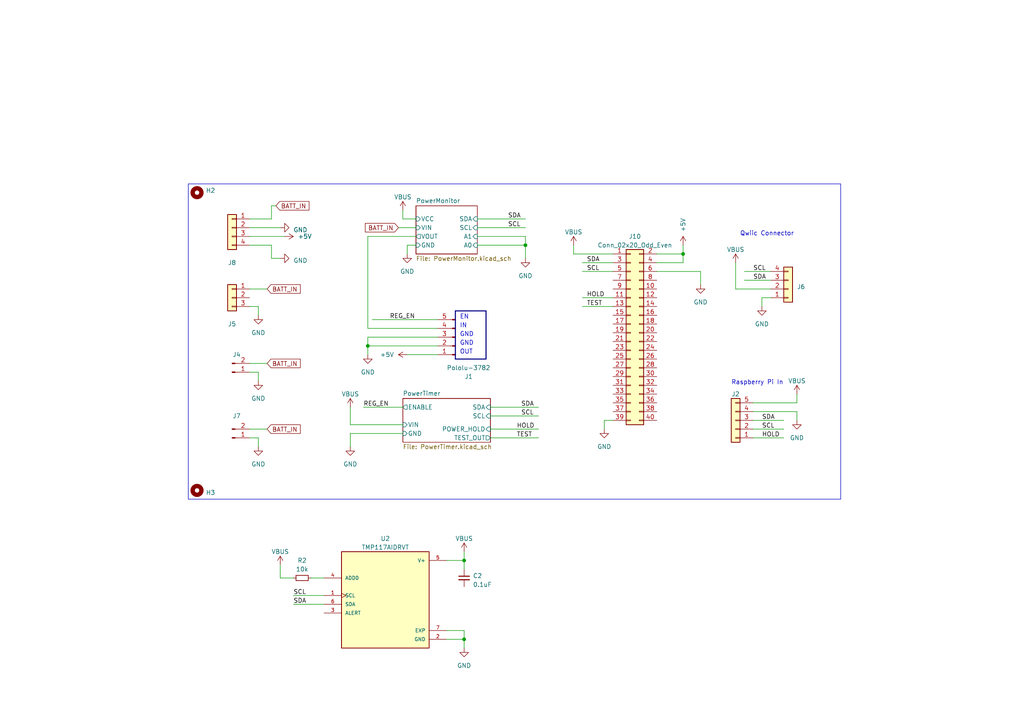
<source format=kicad_sch>
(kicad_sch (version 20220404) (generator eeschema)
  (paper "A4")
  (lib_symbols
    (symbol "Connector:Conn_01x02_Male" (pin_names (offset 1.016) hide)
      (property "Reference" "J" (at 0 2.54 0))
      (property "Value" "Conn_01x02_Male" (at 0 -5.08 0))
      (symbol "Conn_01x02_Male_1_1"
        (polyline (pts (xy 1.27 -2.54) (xy 0.8636 -2.54)) (stroke (width 0.1524)))
        (polyline (pts (xy 1.27 0) (xy 0.8636 0)) (stroke (width 0.1524)))
        (rectangle (start 0.8636 -2.413) (end 0 -2.667) (stroke (width 0.1524)) (fill (type outline)))
        (rectangle (start 0.8636 0.127) (end 0 -0.127) (stroke (width 0.1524)) (fill (type outline)))
        (pin passive line (at 5.08 0 180) (length 3.81) (name "Pin_1") (number "1"))
        (pin passive line (at 5.08 -2.54 180) (length 3.81) (name "Pin_2") (number "2"))
      )
    )
    (symbol "Connector:Conn_01x05_Male" (pin_names (offset 1.016) hide)
      (property "Reference" "J" (at 0 7.62 0))
      (property "Value" "Conn_01x05_Male" (at 0 -7.62 0))
      (symbol "Conn_01x05_Male_1_1"
        (polyline (pts (xy 1.27 -5.08) (xy 0.8636 -5.08)) (stroke (width 0.1524)))
        (polyline (pts (xy 1.27 -2.54) (xy 0.8636 -2.54)) (stroke (width 0.1524)))
        (polyline (pts (xy 1.27 0) (xy 0.8636 0)) (stroke (width 0.1524)))
        (polyline (pts (xy 1.27 2.54) (xy 0.8636 2.54)) (stroke (width 0.1524)))
        (polyline (pts (xy 1.27 5.08) (xy 0.8636 5.08)) (stroke (width 0.1524)))
        (rectangle (start 0.8636 -4.953) (end 0 -5.207) (stroke (width 0.1524)) (fill (type outline)))
        (rectangle (start 0.8636 -2.413) (end 0 -2.667) (stroke (width 0.1524)) (fill (type outline)))
        (rectangle (start 0.8636 0.127) (end 0 -0.127) (stroke (width 0.1524)) (fill (type outline)))
        (rectangle (start 0.8636 2.667) (end 0 2.413) (stroke (width 0.1524)) (fill (type outline)))
        (rectangle (start 0.8636 5.207) (end 0 4.953) (stroke (width 0.1524)) (fill (type outline)))
        (pin passive line (at 5.08 5.08 180) (length 3.81) (name "Pin_1") (number "1"))
        (pin passive line (at 5.08 2.54 180) (length 3.81) (name "Pin_2") (number "2"))
        (pin passive line (at 5.08 0 180) (length 3.81) (name "Pin_3") (number "3"))
        (pin passive line (at 5.08 -2.54 180) (length 3.81) (name "Pin_4") (number "4"))
        (pin passive line (at 5.08 -5.08 180) (length 3.81) (name "Pin_5") (number "5"))
      )
    )
    (symbol "Connector_Generic:Conn_01x03" (pin_names (offset 1.016) hide)
      (property "Reference" "J" (at 0 5.08 0))
      (property "Value" "Conn_01x03" (at 0 -5.08 0))
      (symbol "Conn_01x03_1_1"
        (rectangle (start -1.27 -2.413) (end 0 -2.667) (stroke (width 0.1524)))
        (rectangle (start -1.27 0.127) (end 0 -0.127) (stroke (width 0.1524)))
        (rectangle (start -1.27 2.667) (end 0 2.413) (stroke (width 0.1524)))
        (rectangle (start -1.27 3.81) (end 1.27 -3.81) (stroke (width 0.254)) (fill (type background)))
        (pin passive line (at -5.08 2.54 0) (length 3.81) (name "Pin_1") (number "1"))
        (pin passive line (at -5.08 0 0) (length 3.81) (name "Pin_2") (number "2"))
        (pin passive line (at -5.08 -2.54 0) (length 3.81) (name "Pin_3") (number "3"))
      )
    )
    (symbol "Connector_Generic:Conn_01x04" (pin_names (offset 1.016) hide)
      (property "Reference" "J" (at 0 5.08 0))
      (property "Value" "Conn_01x04" (at 0 -7.62 0))
      (symbol "Conn_01x04_1_1"
        (rectangle (start -1.27 -4.953) (end 0 -5.207) (stroke (width 0.1524)))
        (rectangle (start -1.27 -2.413) (end 0 -2.667) (stroke (width 0.1524)))
        (rectangle (start -1.27 0.127) (end 0 -0.127) (stroke (width 0.1524)))
        (rectangle (start -1.27 2.667) (end 0 2.413) (stroke (width 0.1524)))
        (rectangle (start -1.27 3.81) (end 1.27 -6.35) (stroke (width 0.254)) (fill (type background)))
        (pin passive line (at -5.08 2.54 0) (length 3.81) (name "Pin_1") (number "1"))
        (pin passive line (at -5.08 0 0) (length 3.81) (name "Pin_2") (number "2"))
        (pin passive line (at -5.08 -2.54 0) (length 3.81) (name "Pin_3") (number "3"))
        (pin passive line (at -5.08 -5.08 0) (length 3.81) (name "Pin_4") (number "4"))
      )
    )
    (symbol "Connector_Generic:Conn_01x05" (pin_names (offset 1.016) hide)
      (property "Reference" "J" (at 0 7.62 0))
      (property "Value" "Conn_01x05" (at 0 -7.62 0))
      (symbol "Conn_01x05_1_1"
        (rectangle (start -1.27 -4.953) (end 0 -5.207) (stroke (width 0.1524)))
        (rectangle (start -1.27 -2.413) (end 0 -2.667) (stroke (width 0.1524)))
        (rectangle (start -1.27 0.127) (end 0 -0.127) (stroke (width 0.1524)))
        (rectangle (start -1.27 2.667) (end 0 2.413) (stroke (width 0.1524)))
        (rectangle (start -1.27 5.207) (end 0 4.953) (stroke (width 0.1524)))
        (rectangle (start -1.27 6.35) (end 1.27 -6.35) (stroke (width 0.254)) (fill (type background)))
        (pin passive line (at -5.08 5.08 0) (length 3.81) (name "Pin_1") (number "1"))
        (pin passive line (at -5.08 2.54 0) (length 3.81) (name "Pin_2") (number "2"))
        (pin passive line (at -5.08 0 0) (length 3.81) (name "Pin_3") (number "3"))
        (pin passive line (at -5.08 -2.54 0) (length 3.81) (name "Pin_4") (number "4"))
        (pin passive line (at -5.08 -5.08 0) (length 3.81) (name "Pin_5") (number "5"))
      )
    )
    (symbol "Connector_Generic:Conn_02x20_Odd_Even" (pin_names (offset 1.016) hide)
      (property "Reference" "J" (at 1.27 25.4 0))
      (property "Value" "Conn_02x20_Odd_Even" (at 1.27 -27.94 0))
      (symbol "Conn_02x20_Odd_Even_1_1"
        (rectangle (start -1.27 -25.273) (end 0 -25.527) (stroke (width 0.1524)))
        (rectangle (start -1.27 -22.733) (end 0 -22.987) (stroke (width 0.1524)))
        (rectangle (start -1.27 -20.193) (end 0 -20.447) (stroke (width 0.1524)))
        (rectangle (start -1.27 -17.653) (end 0 -17.907) (stroke (width 0.1524)))
        (rectangle (start -1.27 -15.113) (end 0 -15.367) (stroke (width 0.1524)))
        (rectangle (start -1.27 -12.573) (end 0 -12.827) (stroke (width 0.1524)))
        (rectangle (start -1.27 -10.033) (end 0 -10.287) (stroke (width 0.1524)))
        (rectangle (start -1.27 -7.493) (end 0 -7.747) (stroke (width 0.1524)))
        (rectangle (start -1.27 -4.953) (end 0 -5.207) (stroke (width 0.1524)))
        (rectangle (start -1.27 -2.413) (end 0 -2.667) (stroke (width 0.1524)))
        (rectangle (start -1.27 0.127) (end 0 -0.127) (stroke (width 0.1524)))
        (rectangle (start -1.27 2.667) (end 0 2.413) (stroke (width 0.1524)))
        (rectangle (start -1.27 5.207) (end 0 4.953) (stroke (width 0.1524)))
        (rectangle (start -1.27 7.747) (end 0 7.493) (stroke (width 0.1524)))
        (rectangle (start -1.27 10.287) (end 0 10.033) (stroke (width 0.1524)))
        (rectangle (start -1.27 12.827) (end 0 12.573) (stroke (width 0.1524)))
        (rectangle (start -1.27 15.367) (end 0 15.113) (stroke (width 0.1524)))
        (rectangle (start -1.27 17.907) (end 0 17.653) (stroke (width 0.1524)))
        (rectangle (start -1.27 20.447) (end 0 20.193) (stroke (width 0.1524)))
        (rectangle (start -1.27 22.987) (end 0 22.733) (stroke (width 0.1524)))
        (rectangle (start -1.27 24.13) (end 3.81 -26.67) (stroke (width 0.254)) (fill (type background)))
        (rectangle (start 3.81 -25.273) (end 2.54 -25.527) (stroke (width 0.1524)))
        (rectangle (start 3.81 -22.733) (end 2.54 -22.987) (stroke (width 0.1524)))
        (rectangle (start 3.81 -20.193) (end 2.54 -20.447) (stroke (width 0.1524)))
        (rectangle (start 3.81 -17.653) (end 2.54 -17.907) (stroke (width 0.1524)))
        (rectangle (start 3.81 -15.113) (end 2.54 -15.367) (stroke (width 0.1524)))
        (rectangle (start 3.81 -12.573) (end 2.54 -12.827) (stroke (width 0.1524)))
        (rectangle (start 3.81 -10.033) (end 2.54 -10.287) (stroke (width 0.1524)))
        (rectangle (start 3.81 -7.493) (end 2.54 -7.747) (stroke (width 0.1524)))
        (rectangle (start 3.81 -4.953) (end 2.54 -5.207) (stroke (width 0.1524)))
        (rectangle (start 3.81 -2.413) (end 2.54 -2.667) (stroke (width 0.1524)))
        (rectangle (start 3.81 0.127) (end 2.54 -0.127) (stroke (width 0.1524)))
        (rectangle (start 3.81 2.667) (end 2.54 2.413) (stroke (width 0.1524)))
        (rectangle (start 3.81 5.207) (end 2.54 4.953) (stroke (width 0.1524)))
        (rectangle (start 3.81 7.747) (end 2.54 7.493) (stroke (width 0.1524)))
        (rectangle (start 3.81 10.287) (end 2.54 10.033) (stroke (width 0.1524)))
        (rectangle (start 3.81 12.827) (end 2.54 12.573) (stroke (width 0.1524)))
        (rectangle (start 3.81 15.367) (end 2.54 15.113) (stroke (width 0.1524)))
        (rectangle (start 3.81 17.907) (end 2.54 17.653) (stroke (width 0.1524)))
        (rectangle (start 3.81 20.447) (end 2.54 20.193) (stroke (width 0.1524)))
        (rectangle (start 3.81 22.987) (end 2.54 22.733) (stroke (width 0.1524)))
        (pin passive line (at -5.08 22.86 0) (length 3.81) (name "Pin_1") (number "1"))
        (pin passive line (at 7.62 12.7 180) (length 3.81) (name "Pin_10") (number "10"))
        (pin passive line (at -5.08 10.16 0) (length 3.81) (name "Pin_11") (number "11"))
        (pin passive line (at 7.62 10.16 180) (length 3.81) (name "Pin_12") (number "12"))
        (pin passive line (at -5.08 7.62 0) (length 3.81) (name "Pin_13") (number "13"))
        (pin passive line (at 7.62 7.62 180) (length 3.81) (name "Pin_14") (number "14"))
        (pin passive line (at -5.08 5.08 0) (length 3.81) (name "Pin_15") (number "15"))
        (pin passive line (at 7.62 5.08 180) (length 3.81) (name "Pin_16") (number "16"))
        (pin passive line (at -5.08 2.54 0) (length 3.81) (name "Pin_17") (number "17"))
        (pin passive line (at 7.62 2.54 180) (length 3.81) (name "Pin_18") (number "18"))
        (pin passive line (at -5.08 0 0) (length 3.81) (name "Pin_19") (number "19"))
        (pin passive line (at 7.62 22.86 180) (length 3.81) (name "Pin_2") (number "2"))
        (pin passive line (at 7.62 0 180) (length 3.81) (name "Pin_20") (number "20"))
        (pin passive line (at -5.08 -2.54 0) (length 3.81) (name "Pin_21") (number "21"))
        (pin passive line (at 7.62 -2.54 180) (length 3.81) (name "Pin_22") (number "22"))
        (pin passive line (at -5.08 -5.08 0) (length 3.81) (name "Pin_23") (number "23"))
        (pin passive line (at 7.62 -5.08 180) (length 3.81) (name "Pin_24") (number "24"))
        (pin passive line (at -5.08 -7.62 0) (length 3.81) (name "Pin_25") (number "25"))
        (pin passive line (at 7.62 -7.62 180) (length 3.81) (name "Pin_26") (number "26"))
        (pin passive line (at -5.08 -10.16 0) (length 3.81) (name "Pin_27") (number "27"))
        (pin passive line (at 7.62 -10.16 180) (length 3.81) (name "Pin_28") (number "28"))
        (pin passive line (at -5.08 -12.7 0) (length 3.81) (name "Pin_29") (number "29"))
        (pin passive line (at -5.08 20.32 0) (length 3.81) (name "Pin_3") (number "3"))
        (pin passive line (at 7.62 -12.7 180) (length 3.81) (name "Pin_30") (number "30"))
        (pin passive line (at -5.08 -15.24 0) (length 3.81) (name "Pin_31") (number "31"))
        (pin passive line (at 7.62 -15.24 180) (length 3.81) (name "Pin_32") (number "32"))
        (pin passive line (at -5.08 -17.78 0) (length 3.81) (name "Pin_33") (number "33"))
        (pin passive line (at 7.62 -17.78 180) (length 3.81) (name "Pin_34") (number "34"))
        (pin passive line (at -5.08 -20.32 0) (length 3.81) (name "Pin_35") (number "35"))
        (pin passive line (at 7.62 -20.32 180) (length 3.81) (name "Pin_36") (number "36"))
        (pin passive line (at -5.08 -22.86 0) (length 3.81) (name "Pin_37") (number "37"))
        (pin passive line (at 7.62 -22.86 180) (length 3.81) (name "Pin_38") (number "38"))
        (pin passive line (at -5.08 -25.4 0) (length 3.81) (name "Pin_39") (number "39"))
        (pin passive line (at 7.62 20.32 180) (length 3.81) (name "Pin_4") (number "4"))
        (pin passive line (at 7.62 -25.4 180) (length 3.81) (name "Pin_40") (number "40"))
        (pin passive line (at -5.08 17.78 0) (length 3.81) (name "Pin_5") (number "5"))
        (pin passive line (at 7.62 17.78 180) (length 3.81) (name "Pin_6") (number "6"))
        (pin passive line (at -5.08 15.24 0) (length 3.81) (name "Pin_7") (number "7"))
        (pin passive line (at 7.62 15.24 180) (length 3.81) (name "Pin_8") (number "8"))
        (pin passive line (at -5.08 12.7 0) (length 3.81) (name "Pin_9") (number "9"))
      )
    )
    (symbol "Device:C_Small" (pin_numbers hide) (pin_names (offset 0.254) hide)
      (property "Reference" "C" (at 0.254 1.778 0))
      (property "Value" "C_Small" (at 0.254 -2.032 0))
      (symbol "C_Small_0_1"
        (polyline (pts (xy -1.524 -0.508) (xy 1.524 -0.508)) (stroke (width 0.3302)))
        (polyline (pts (xy -1.524 0.508) (xy 1.524 0.508)) (stroke (width 0.3048)))
      )
      (symbol "C_Small_1_1"
        (pin passive line (at 0 2.54 270) (length 2.032) (name "~") (number "1"))
        (pin passive line (at 0 -2.54 90) (length 2.032) (name "~") (number "2"))
      )
    )
    (symbol "Device:R_Small" (pin_numbers hide) (pin_names (offset 0.254) hide)
      (property "Reference" "R" (at 0.762 0.508 0))
      (property "Value" "R_Small" (at 0.762 -1.016 0))
      (symbol "R_Small_0_1"
        (rectangle (start -0.762 1.778) (end 0.762 -1.778) (stroke (width 0.2032)))
      )
      (symbol "R_Small_1_1"
        (pin passive line (at 0 2.54 270) (length 0.762) (name "~") (number "1"))
        (pin passive line (at 0 -2.54 90) (length 0.762) (name "~") (number "2"))
      )
    )
    (symbol "Mechanical:MountingHole" (pin_names (offset 1.016))
      (property "Reference" "H" (at 0 5.08 0))
      (property "Value" "MountingHole" (at 0 3.175 0))
      (symbol "MountingHole_0_1"
        (circle (center 0 0) (radius 1.27) (stroke (width 1.27)))
      )
    )
    (symbol "TMP117AIDRVT:TMP117AIDRVT" (pin_names (offset 1.016))
      (property "Reference" "U" (at -12.7 13.7 0))
      (property "Value" "TMP117AIDRVT" (at -12.7 -17.78 0))
      (symbol "TMP117AIDRVT_0_0"
        (rectangle (start -12.7 -15.24) (end 12.7 12.7) (stroke (width 0.254)) (fill (type background)))
        (pin input clock (at -17.78 0 0) (length 5.08) (name "SCL") (number "1"))
        (pin power_in line (at 17.78 -12.7 180) (length 5.08) (name "GND") (number "2"))
        (pin output line (at -17.78 -5.08 0) (length 5.08) (name "ALERT") (number "3"))
        (pin input line (at -17.78 5.08 0) (length 5.08) (name "ADD0") (number "4"))
        (pin power_in line (at 17.78 10.16 180) (length 5.08) (name "V+") (number "5"))
        (pin bidirectional line (at -17.78 -2.54 0) (length 5.08) (name "SDA") (number "6"))
        (pin power_in line (at 17.78 -10.16 180) (length 5.08) (name "EXP") (number "7"))
      )
    )
    (symbol "power:+5V" (power) (pin_names (offset 0))
      (property "Value" "+5V" (at 0 3.556 0))
      (symbol "+5V_0_1"
        (polyline (pts (xy -0.762 1.27) (xy 0 2.54)))
        (polyline (pts (xy 0 0) (xy 0 2.54)))
        (polyline (pts (xy 0 2.54) (xy 0.762 1.27)))
      )
      (symbol "+5V_1_1"
        (pin power_in line (at 0 0 90) (length 0) hide (name "+5V") (number "1"))
      )
    )
    (symbol "power:GND" (power) (pin_names (offset 0))
      (property "Value" "GND" (at 0 -3.81 0))
      (symbol "GND_0_1"
        (polyline (pts (xy 0 0) (xy 0 -1.27) (xy 1.27 -1.27) (xy 0 -2.54) (xy -1.27 -1.27) (xy 0 -1.27)))
      )
      (symbol "GND_1_1"
        (pin power_in line (at 0 0 270) (length 0) hide (name "GND") (number "1"))
      )
    )
    (symbol "power:VBUS" (power) (pin_names (offset 0))
      (property "Value" "VBUS" (at 0 3.81 0))
      (symbol "VBUS_0_1"
        (polyline (pts (xy -0.762 1.27) (xy 0 2.54)))
        (polyline (pts (xy 0 0) (xy 0 2.54)))
        (polyline (pts (xy 0 2.54) (xy 0.762 1.27)))
      )
      (symbol "VBUS_1_1"
        (pin power_in line (at 0 0 90) (length 0) hide (name "VBUS") (number "1"))
      )
    )
  )
  (junction (at 152.4 71.12))
  (junction (at 106.68 100.33))
  (junction (at 134.62 185.42))
  (junction (at 134.62 162.56))
  (junction (at 198.12 73.66))
  (wire (pts (xy 134.62 162.56) (xy 134.62 165.1)))
  (wire (pts (xy 215.9 81.28) (xy 223.52 81.28)))
  (wire (pts (xy 118.11 71.12) (xy 120.65 71.12)))
  (wire (pts (xy 213.36 76.2) (xy 213.36 83.82)))
  (wire (pts (xy 166.37 71.12) (xy 166.37 73.66)))
  (wire (pts (xy 134.62 185.42) (xy 134.62 182.88)))
  (wire (pts (xy 72.39 68.58) (xy 82.55 68.58)))
  (wire (pts (xy 116.84 63.5) (xy 120.65 63.5)))
  (wire (pts (xy 101.6 123.19) (xy 116.84 123.19)))
  (wire (pts (xy 115.57 66.04) (xy 120.65 66.04)))
  (wire (pts (xy 231.14 119.38) (xy 218.44 119.38)))
  (wire (pts (xy 85.09 172.72) (xy 93.98 172.72)))
  (wire (pts (xy 223.52 86.36) (xy 220.98 86.36)))
  (wire (pts (xy 168.91 78.74) (xy 177.8 78.74)))
  (wire (pts (xy 203.2 82.55) (xy 203.2 78.74)))
  (wire (pts (xy 90.17 167.64) (xy 93.98 167.64)))
  (wire (pts (xy 116.84 60.96) (xy 116.84 63.5)))
  (wire (pts (xy 106.68 100.33) (xy 106.68 102.87)))
  (wire (pts (xy 134.62 160.02) (xy 134.62 162.56)))
  (wire (pts (xy 218.44 121.92) (xy 227.33 121.92)))
  (wire (pts (xy 190.5 76.2) (xy 198.12 76.2)))
  (wire (pts (xy 85.09 175.26) (xy 93.98 175.26)))
  (wire (pts (xy 81.28 163.83) (xy 81.28 167.64)))
  (wire (pts (xy 72.39 127) (xy 74.93 127)))
  (wire (pts (xy 101.6 118.11) (xy 101.6 123.19)))
  (wire (pts (xy 106.68 97.79) (xy 106.68 100.33)))
  (wire (pts (xy 72.39 105.41) (xy 77.47 105.41)))
  (wire (pts (xy 78.74 74.93) (xy 78.74 71.12)))
  (wire (pts (xy 198.12 73.66) (xy 198.12 71.12)))
  (wire (pts (xy 218.44 127) (xy 227.33 127)))
  (wire (pts (xy 168.91 76.2) (xy 177.8 76.2)))
  (wire (pts (xy 116.84 125.73) (xy 101.6 125.73)))
  (wire (pts (xy 142.24 127) (xy 156.21 127)))
  (wire (pts (xy 72.39 88.9) (xy 74.93 88.9)))
  (wire (pts (xy 142.24 118.11) (xy 156.21 118.11)))
  (wire (pts (xy 168.91 88.9) (xy 177.8 88.9)))
  (wire (pts (xy 106.68 100.33) (xy 127 100.33)))
  (wire (pts (xy 198.12 76.2) (xy 198.12 73.66)))
  (wire (pts (xy 78.74 59.69) (xy 80.01 59.69)))
  (bus (pts (xy 132.08 104.14) (xy 140.97 104.14)))
  (wire (pts (xy 138.43 63.5) (xy 152.4 63.5)))
  (wire (pts (xy 72.39 124.46) (xy 77.47 124.46)))
  (wire (pts (xy 213.36 83.82) (xy 223.52 83.82)))
  (wire (pts (xy 138.43 66.04) (xy 152.4 66.04)))
  (wire (pts (xy 218.44 116.84) (xy 231.14 116.84)))
  (wire (pts (xy 175.26 121.92) (xy 175.26 124.46)))
  (wire (pts (xy 134.62 182.88) (xy 129.54 182.88)))
  (wire (pts (xy 231.14 121.92) (xy 231.14 119.38)))
  (wire (pts (xy 152.4 68.58) (xy 138.43 68.58)))
  (wire (pts (xy 72.39 83.82) (xy 77.47 83.82)))
  (wire (pts (xy 218.44 124.46) (xy 227.33 124.46)))
  (wire (pts (xy 72.39 107.95) (xy 74.93 107.95)))
  (bus (pts (xy 140.97 104.14) (xy 140.97 90.17)))
  (wire (pts (xy 116.84 118.11) (xy 105.41 118.11)))
  (wire (pts (xy 177.8 121.92) (xy 175.26 121.92)))
  (bus (pts (xy 132.08 90.17) (xy 140.97 90.17)))
  (wire (pts (xy 106.68 97.79) (xy 127 97.79)))
  (wire (pts (xy 190.5 73.66) (xy 198.12 73.66)))
  (wire (pts (xy 78.74 59.69) (xy 78.74 63.5)))
  (wire (pts (xy 134.62 187.96) (xy 134.62 185.42)))
  (wire (pts (xy 129.54 162.56) (xy 134.62 162.56)))
  (wire (pts (xy 106.68 68.58) (xy 106.68 95.25)))
  (bus (pts (xy 132.08 90.17) (xy 132.08 104.14)))
  (wire (pts (xy 168.91 86.36) (xy 177.8 86.36)))
  (wire (pts (xy 215.9 78.74) (xy 223.52 78.74)))
  (wire (pts (xy 138.43 71.12) (xy 152.4 71.12)))
  (wire (pts (xy 81.28 167.64) (xy 85.09 167.64)))
  (wire (pts (xy 78.74 71.12) (xy 72.39 71.12)))
  (wire (pts (xy 74.93 127) (xy 74.93 129.54)))
  (wire (pts (xy 142.24 124.46) (xy 156.21 124.46)))
  (wire (pts (xy 78.74 63.5) (xy 72.39 63.5)))
  (wire (pts (xy 152.4 74.93) (xy 152.4 71.12)))
  (wire (pts (xy 231.14 116.84) (xy 231.14 114.3)))
  (wire (pts (xy 107.95 92.71) (xy 127 92.71)))
  (wire (pts (xy 166.37 73.66) (xy 177.8 73.66)))
  (wire (pts (xy 74.93 107.95) (xy 74.93 110.49)))
  (wire (pts (xy 106.68 68.58) (xy 120.65 68.58)))
  (wire (pts (xy 74.93 88.9) (xy 74.93 91.44)))
  (wire (pts (xy 118.11 102.87) (xy 127 102.87)))
  (wire (pts (xy 78.74 74.93) (xy 81.28 74.93)))
  (wire (pts (xy 101.6 125.73) (xy 101.6 129.54)))
  (wire (pts (xy 220.98 86.36) (xy 220.98 88.9)))
  (wire (pts (xy 152.4 71.12) (xy 152.4 68.58)))
  (wire (pts (xy 72.39 66.04) (xy 81.28 66.04)))
  (wire (pts (xy 106.68 95.25) (xy 127 95.25)))
  (wire (pts (xy 142.24 120.65) (xy 156.21 120.65)))
  (wire (pts (xy 118.11 71.12) (xy 118.11 73.66)))
  (wire (pts (xy 203.2 78.74) (xy 190.5 78.74)))
  (wire (pts (xy 129.54 185.42) (xy 134.62 185.42)))
  (rectangle (start 54.61 53.34) (end 243.84 144.78))
  (text "IN" (at 133.35 95.25 0) (effects (font (size 1.27 1.27)) (justify left bottom)))
  (text "Raspberry Pi In" (at 212.09 111.76 0) (effects (font (size 1.27 1.27)) (justify left bottom)))
  (text "EN" (at 133.35 92.71 0) (effects (font (size 1.27 1.27)) (justify left bottom)))
  (text "GND" (at 133.35 100.33 0) (effects (font (size 1.27 1.27)) (justify left bottom)))
  (text "Qwiic Connector" (at 214.63 68.58 0) (effects (font (size 1.27 1.27)) (justify left bottom)))
  (text "GND" (at 133.35 97.79 0) (effects (font (size 1.27 1.27)) (justify left bottom)))
  (text "OUT" (at 133.35 102.87 0) (effects (font (size 1.27 1.27)) (justify left bottom)))
  (label "SCL" (at 170.18 78.74 0))
  (label "SDA" (at 151.13 118.11 0))
  (label "SCL" (at 147.32 66.04 0))
  (label "HOLD" (at 220.98 127 0))
  (label "SCL" (at 151.13 120.65 0))
  (label "HOLD" (at 149.86 124.46 0))
  (label "SDA" (at 147.32 63.5 0))
  (label "SCL" (at 220.98 124.46 0))
  (label "TEST" (at 170.18 88.9 0))
  (label "SDA" (at 218.44 81.28 0))
  (label "SCL" (at 218.44 78.74 0))
  (label "TEST" (at 149.86 127 0))
  (label "SDA" (at 85.09 175.26 0))
  (label "REG_EN" (at 113.03 92.71 0))
  (label "REG_EN" (at 105.41 118.11 0))
  (label "SDA" (at 220.98 121.92 0))
  (label "SDA" (at 170.18 76.2 0))
  (label "SCL" (at 85.09 172.72 0))
  (label "HOLD" (at 170.18 86.36 0))
  (global_label "BATT_IN" (shape input) (at 77.47 83.82 0) (property "Intersheetrefs" "${INTERSHEET_REFS}" (effects hide)))
  (global_label "BATT_IN" (shape input) (at 115.57 66.04 180) (property "Intersheetrefs" "${INTERSHEET_REFS}" (effects hide)))
  (global_label "BATT_IN" (shape input) (at 80.01 59.69 0) (property "Intersheetrefs" "${INTERSHEET_REFS}" (effects hide)))
  (global_label "BATT_IN" (shape input) (at 77.47 105.41 0) (property "Intersheetrefs" "${INTERSHEET_REFS}" (effects hide)))
  (global_label "BATT_IN" (shape input) (at 77.47 124.46 0) (property "Intersheetrefs" "${INTERSHEET_REFS}" (effects hide)))
  (symbol (lib_id "power:+5V") (at 82.55 68.58 270) (unit 1)
    (default_instance (reference "#PWR") (unit 1) (value "+5V") (footprint ""))
    (property "Reference" "#PWR0133" (effects hide))
    (property "Value" "+5V" (at 86.36 68.58 90) (effects (justify left)))
  )
  (symbol (lib_id "power:GND") (at 152.4 74.93 0) (unit 1)
    (default_instance (reference "#PWR") (unit 1) (value "GND") (footprint ""))
    (property "Reference" "#PWR0106" (effects hide))
    (property "Value" "GND" (at 152.4 80.01 0))
  )
  (symbol (lib_id "power:VBUS") (at 213.36 76.2 0) (unit 1)
    (default_instance (reference "#PWR") (unit 1) (value "VBUS") (footprint ""))
    (property "Reference" "#PWR0104" (effects hide))
    (property "Value" "VBUS" (at 213.36 72.39 0))
  )
  (symbol (lib_id "Device:R_Small") (at 87.63 167.64 90) (unit 1)
    (default_instance (reference "R") (unit 1) (value "R_Small") (footprint ""))
    (property "Reference" "R2" (at 87.63 162.56 90))
    (property "Value" "10k" (at 87.63 165.1 90))
    (property "Footprint" "Resistor_SMD:R_0805_2012Metric_Pad1.20x1.40mm_HandSolder" (effects hide))
    (property "Mfr 1" "Stackpole Electronics Inc" (effects hide))
    (property "Mfr 1 PN" "RNCP0805FTD10K0" (effects hide))
    (property "Supplier 1 Link" "https://www.digikey.com/en/products/detail/stackpole-electronics-inc/RNCP0805FTD10K0/2240262" (effects hide))
  )
  (symbol (lib_id "Connector_Generic:Conn_01x05") (at 213.36 121.92 180) (unit 1)
    (default_instance (reference "J") (unit 1) (value "Conn_01x05") (footprint ""))
    (property "Reference" "J2" (at 213.36 114.3 0))
    (property "Value" "Conn_01x05" (effects hide))
    (property "Footprint" "Connector_PinHeader_2.54mm:PinHeader_1x05_P2.54mm_Vertical" (effects hide))
    (property "Mfr 1" "NA" (effects hide))
    (property "Mfr 1 PN" "NA" (effects hide))
    (property "Supplier 1 Link" "NA" (effects hide))
  )
  (symbol (lib_id "Connector_Generic:Conn_01x03") (at 67.31 86.36 0) (mirror y) (unit 1)
    (default_instance (reference "J") (unit 1) (value "Conn_01x03") (footprint ""))
    (property "Reference" "J5" (at 67.31 93.98 0))
    (property "Value" "Conn_01x03" (effects hide))
    (property "Footprint" "Connector_JST:JST_XH_S3B-XH-A_1x03_P2.50mm_Horizontal" (effects hide))
    (property "Mfr 1" "JST Sales America Inc." (effects hide))
    (property "Mfr 1 PN" "S3B-XH-A" (effects hide))
    (property "Supplier 1 Link" "https://www.digikey.com/en/products/detail/jst-sales-america-inc/S3B-XH-A/1651048" (effects hide))
  )
  (symbol (lib_id "power:VBUS") (at 134.62 160.02 0) (unit 1)
    (default_instance (reference "#PWR") (unit 1) (value "VBUS") (footprint ""))
    (property "Reference" "#PWR0135" (effects hide))
    (property "Value" "VBUS" (at 134.62 156.21 0))
  )
  (symbol (lib_id "power:+5V") (at 118.11 102.87 90) (unit 1)
    (default_instance (reference "#PWR") (unit 1) (value "+5V") (footprint ""))
    (property "Reference" "#PWR07" (effects hide))
    (property "Value" "+5V" (at 114.3 102.87 90) (effects (justify left)))
  )
  (symbol (lib_id "power:VBUS") (at 231.14 114.3 0) (unit 1)
    (default_instance (reference "#PWR") (unit 1) (value "VBUS") (footprint ""))
    (property "Reference" "#PWR0122" (effects hide))
    (property "Value" "VBUS" (at 231.14 110.49 0))
  )
  (symbol (lib_id "power:GND") (at 74.93 110.49 0) (unit 1)
    (default_instance (reference "#PWR") (unit 1) (value "GND") (footprint ""))
    (property "Reference" "#PWR0129" (effects hide))
    (property "Value" "GND" (at 74.93 115.57 0))
  )
  (symbol (lib_id "Connector_Generic:Conn_01x04") (at 67.31 66.04 0) (mirror y) (unit 1)
    (default_instance (reference "J") (unit 1) (value "Conn_01x04") (footprint ""))
    (property "Reference" "J8" (at 67.31 76.2 0))
    (property "Value" "Conn_01x04" (effects hide))
    (property "Footprint" "Connector_PinHeader_2.54mm:PinHeader_1x04_P2.54mm_Vertical" (effects hide))
    (property "Mfr 1" "JST Sales America Inc." (effects hide))
    (property "Mfr 1 PN" "S4B-XH-SM4-TB" (effects hide))
    (property "Supplier 1 Link" "https://www.digikey.com/en/products/detail/jst-sales-america-inc/S4B-XH-SM4-TB/1651064" (effects hide))
  )
  (symbol (lib_id "power:VBUS") (at 81.28 163.83 0) (unit 1)
    (default_instance (reference "#PWR") (unit 1) (value "VBUS") (footprint ""))
    (property "Reference" "#PWR0136" (effects hide))
    (property "Value" "VBUS" (at 81.28 160.02 0))
  )
  (symbol (lib_id "power:GND") (at 74.93 129.54 0) (unit 1)
    (default_instance (reference "#PWR") (unit 1) (value "GND") (footprint ""))
    (property "Reference" "#PWR0128" (effects hide))
    (property "Value" "GND" (at 74.93 134.62 0))
  )
  (symbol (lib_id "Connector_Generic:Conn_02x20_Odd_Even") (at 182.88 96.52 0) (unit 1)
    (default_instance (reference "J") (unit 1) (value "Conn_02x20_Odd_Even") (footprint ""))
    (property "Reference" "J10" (at 184.15 68.58 0))
    (property "Value" "Conn_02x20_Odd_Even" (at 184.15 71.12 0))
    (property "Footprint" "Connector_PinSocket_2.54mm:PinSocket_2x20_P2.54mm_Vertical" (effects hide))
    (property "Mfr 1" "Oupiin" (effects hide))
    (property "Mfr 1 PN" "2047-2X20G00S3U" (effects hide))
    (property "Supplier 1 Link" "https://www.digikey.com/en/products/detail/oupiin/2047-2X20G00S3U/13251053" (effects hide))
  )
  (symbol (lib_id "power:GND") (at 106.68 102.87 0) (unit 1)
    (default_instance (reference "#PWR") (unit 1) (value "GND") (footprint ""))
    (property "Reference" "#PWR0123" (effects hide))
    (property "Value" "GND" (at 106.68 107.95 0))
  )
  (symbol (lib_id "power:GND") (at 231.14 121.92 0) (unit 1)
    (default_instance (reference "#PWR") (unit 1) (value "GND") (footprint ""))
    (property "Reference" "#PWR0113" (effects hide))
    (property "Value" "GND" (at 231.14 127 0))
  )
  (symbol (lib_id "power:GND") (at 175.26 124.46 0) (unit 1)
    (default_instance (reference "#PWR") (unit 1) (value "GND") (footprint ""))
    (property "Reference" "#PWR0124" (effects hide))
    (property "Value" "GND" (at 175.26 129.54 0))
  )
  (symbol (lib_id "power:+5V") (at 198.12 71.12 0) (unit 1)
    (default_instance (reference "#PWR") (unit 1) (value "+5V") (footprint ""))
    (property "Reference" "#PWR0121" (effects hide))
    (property "Value" "+5V" (at 198.12 67.31 90) (effects (justify left)))
  )
  (symbol (lib_id "Mechanical:MountingHole") (at 57.15 142.24 0) (unit 1)
    (default_instance (reference "H") (unit 1) (value "MountingHole") (footprint ""))
    (property "Reference" "H3" (at 59.69 142.875 0) (effects (justify left)))
    (property "Value" "MountingHole" (effects hide))
    (property "Footprint" "MountingHole:MountingHole_3.2mm_M3_Pad_Via" (effects hide))
    (property "Mfr 1" "NA" (effects hide))
    (property "Mfr 1 PN" "NA" (effects hide))
    (property "Supplier 1 Link" "NA" (effects hide))
  )
  (symbol (lib_id "power:VBUS") (at 101.6 118.11 0) (unit 1)
    (default_instance (reference "#PWR") (unit 1) (value "VBUS") (footprint ""))
    (property "Reference" "#PWR0110" (effects hide))
    (property "Value" "VBUS" (at 101.6 114.3 0))
  )
  (symbol (lib_id "Connector:Conn_01x05_Male") (at 132.08 97.79 180) (unit 1)
    (default_instance (reference "J") (unit 1) (value "Conn_01x05_Male") (footprint ""))
    (property "Reference" "J1" (at 137.16 109.22 0) (effects (justify left)))
    (property "Value" "Pololu-3782" (at 142.24 106.68 0) (effects (justify left)))
    (property "Footprint" "ADAFRUIT_QT_PY:Pololu-3782" (effects hide))
    (property "Mfr 1" "Pololu" (effects hide))
    (property "Mfr 1 PN" "3782" (effects hide))
    (property "Supplier 1 Link" "https://www.pololu.com/product/3782" (effects hide))
  )
  (symbol (lib_id "TMP117AIDRVT:TMP117AIDRVT") (at 111.76 172.72 0) (unit 1)
    (default_instance (reference "U") (unit 1) (value "TMP117AIDRVT") (footprint "TMP117AIDRVT:SON65P200X200X80-7N"))
    (property "Reference" "U2" (at 111.76 156.21 0))
    (property "Value" "TMP117AIDRVT" (at 111.76 158.75 0))
    (property "Footprint" "TMP117AIDRVT:SON65P200X200X80-7N" (effects hide))
    (property "MF" "Texas Instruments" (effects hide))
    (property "MAXIMUM_PACKAGE_HEIGHT" "0.8 mm" (effects hide))
    (property "Package" "WSON-6 Texas Instruments" (effects hide))
    (property "Price" "None" (effects hide))
    (property "Check_prices" "https://www.snapeda.com/parts/TMP117AIDRVT/Texas+Instruments/view-part/?ref=eda" (effects hide))
    (property "STANDARD" "IPC 7351B" (effects hide))
    (property "PARTREV" "B" (effects hide))
    (property "SnapEDA_Link" "https://www.snapeda.com/parts/TMP117AIDRVT/Texas+Instruments/view-part/?ref=snap" (effects hide))
    (property "MP" "TMP117AIDRVT" (effects hide))
    (property "Purchase-URL" "https://www.snapeda.com/api/url_track_click_mouser/?unipart_id=4422655&manufacturer=Texas Instruments&part_name=TMP117AIDRVT&search_term=tmp117" (effects hide))
    (property "Description" "\n0.1°C digital temperature sensor, 48-bit EEPROM, PT100/PT1000 RTD replacement\n" (effects hide))
    (property "Availability" "In Stock" (effects hide))
    (property "MANUFACTURER" "Texas Instruments" (effects hide))
    (property "Mfr 1" "TMP117AIDRVT" (effects hide))
    (property "Mfr 1 PN" "Texas Instruments" (effects hide))
  )
  (symbol (lib_id "power:GND") (at 118.11 73.66 0) (unit 1)
    (default_instance (reference "#PWR") (unit 1) (value "GND") (footprint ""))
    (property "Reference" "#PWR0115" (effects hide))
    (property "Value" "GND" (at 118.11 78.74 0))
  )
  (symbol (lib_id "power:GND") (at 220.98 88.9 0) (unit 1)
    (default_instance (reference "#PWR") (unit 1) (value "GND") (footprint ""))
    (property "Reference" "#PWR0109" (effects hide))
    (property "Value" "GND" (at 220.98 93.98 0))
  )
  (symbol (lib_id "Device:C_Small") (at 134.62 167.64 0) (unit 1)
    (default_instance (reference "C") (unit 1) (value "C_Small") (footprint ""))
    (property "Reference" "C2" (at 137.16 167.0113 0) (effects (justify left)))
    (property "Value" "0.1uF" (at 137.16 169.5513 0) (effects (justify left)))
    (property "Footprint" "Capacitor_SMD:C_0805_2012Metric_Pad1.18x1.45mm_HandSolder" (effects hide))
    (property "Mfr 1" "YAGEO" (effects hide))
    (property "Mfr 1 PN" "CC0805KRX7R9BB104" (effects hide))
    (property "Supplier 1 Link" "https://www.digikey.com/en/products/detail/yageo/CC0805KRX7R9BB104/302874" (effects hide))
  )
  (symbol (lib_id "power:GND") (at 134.62 187.96 0) (unit 1)
    (default_instance (reference "#PWR") (unit 1) (value "GND") (footprint ""))
    (property "Reference" "#PWR0134" (effects hide))
    (property "Value" "GND" (at 134.62 193.04 0))
  )
  (symbol (lib_id "Connector_Generic:Conn_01x04") (at 228.6 83.82 0) (mirror x) (unit 1)
    (default_instance (reference "J") (unit 1) (value "Conn_01x04") (footprint ""))
    (property "Reference" "J6" (at 231.14 83.185 0) (effects (justify left)))
    (property "Value" "Conn_01x04" (effects hide))
    (property "Footprint" "Connector_JST:JST_SH_SM04B-SRSS-TB_1x04-1MP_P1.00mm_Horizontal" (effects hide))
    (property "Mfr 1" "JST Sales America Inc." (effects hide))
    (property "Mfr 1 PN" "SM04B-SRSS-TB" (effects hide))
    (property "Supplier 1 Link" "C160404" (effects hide))
  )
  (symbol (lib_id "Mechanical:MountingHole") (at 57.15 55.88 0) (unit 1)
    (default_instance (reference "H") (unit 1) (value "MountingHole") (footprint ""))
    (property "Reference" "H2" (at 59.69 55.245 0) (effects (justify left)))
    (property "Value" "MountingHole" (effects hide))
    (property "Footprint" "MountingHole:MountingHole_3.2mm_M3_Pad_Via" (effects hide))
    (property "Mfr 1" "NA" (effects hide))
    (property "Mfr 1 PN" "NA" (effects hide))
    (property "Supplier 1 Link" "NA" (effects hide))
  )
  (symbol (lib_id "power:GND") (at 74.93 91.44 0) (unit 1)
    (default_instance (reference "#PWR") (unit 1) (value "GND") (footprint ""))
    (property "Reference" "#PWR0130" (effects hide))
    (property "Value" "GND" (at 74.93 96.52 0))
  )
  (symbol (lib_id "power:VBUS") (at 166.37 71.12 0) (unit 1)
    (default_instance (reference "#PWR") (unit 1) (value "VBUS") (footprint ""))
    (property "Reference" "#PWR0107" (effects hide))
    (property "Value" "VBUS" (at 166.37 67.31 0))
  )
  (symbol (lib_id "power:GND") (at 203.2 82.55 0) (unit 1)
    (default_instance (reference "#PWR") (unit 1) (value "GND") (footprint ""))
    (property "Reference" "#PWR0102" (effects hide))
    (property "Value" "GND" (at 203.2 87.63 0))
  )
  (symbol (lib_id "power:GND") (at 81.28 74.93 90) (unit 1)
    (default_instance (reference "#PWR") (unit 1) (value "GND") (footprint ""))
    (property "Reference" "#PWR0132" (effects hide))
    (property "Value" "GND" (at 85.09 75.565 90) (effects (justify right)))
  )
  (symbol (lib_id "power:GND") (at 101.6 129.54 0) (unit 1)
    (default_instance (reference "#PWR") (unit 1) (value "GND") (footprint ""))
    (property "Reference" "#PWR0105" (effects hide))
    (property "Value" "GND" (at 101.6 134.62 0))
  )
  (symbol (lib_id "Connector:Conn_01x02_Male") (at 67.31 127 0) (mirror x) (unit 1)
    (default_instance (reference "J") (unit 1) (value "Conn_01x02_Male") (footprint ""))
    (property "Reference" "J7" (at 69.85 120.65 0) (effects (justify right)))
    (property "Value" "Conn_01x02_Male" (effects hide))
    (property "Footprint" "Connector_JST:JST_XH_S2B-XH-A_1x02_P2.50mm_Horizontal" (effects hide))
    (property "Mfr 1" "JST Sales America Inc." (effects hide))
    (property "Mfr 1 PN" "S2B-XH-A" (effects hide))
    (property "Supplier 1 Link" "https://www.digikey.com/en/products/detail/jst-sales-america-inc/S2B-XH-A/1651055" (effects hide))
  )
  (symbol (lib_id "Connector:Conn_01x02_Male") (at 67.31 107.95 0) (mirror x) (unit 1)
    (default_instance (reference "J") (unit 1) (value "Conn_01x02_Male") (footprint ""))
    (property "Reference" "J4" (at 69.85 102.87 0) (effects (justify right)))
    (property "Value" "Conn_01x02_Male" (effects hide))
    (property "Footprint" "Connector_JST:JST_XH_S2B-XH-A_1x02_P2.50mm_Horizontal" (effects hide))
    (property "Mfr 1" "JST Sales America Inc." (effects hide))
    (property "Mfr 1 PN" "S2B-XH-A" (effects hide))
    (property "Supplier 1 Link" "https://www.digikey.com/en/products/detail/jst-sales-america-inc/S2B-XH-A/1651055" (effects hide))
  )
  (symbol (lib_id "power:GND") (at 81.28 66.04 90) (unit 1)
    (default_instance (reference "#PWR") (unit 1) (value "GND") (footprint ""))
    (property "Reference" "#PWR0131" (effects hide))
    (property "Value" "GND" (at 85.09 66.675 90) (effects (justify right)))
  )
  (symbol (lib_id "power:VBUS") (at 116.84 60.96 0) (unit 1)
    (default_instance (reference "#PWR") (unit 1) (value "VBUS") (footprint ""))
    (property "Reference" "#PWR0120" (effects hide))
    (property "Value" "VBUS" (at 116.84 57.15 0))
  )
  (sheet (at 120.65 59.69) (size 17.78 13.97) (stroke (width 0.1524))
    (property "Sheetname" "PowerMonitor" (at 120.65 58.9784 0) (effects (justify left bottom)))
    (property "Sheetfile" "PowerMonitor.kicad_sch" (at 120.65 74.2446 0) (effects (justify left top)))
    (pin "VCC" input (at 120.65 63.5 180))
    (pin "VIN" input (at 120.65 66.04 180))
    (pin "GND" input (at 120.65 71.12 180))
    (pin "SDA" input (at 138.43 63.5 0))
    (pin "SCL" input (at 138.43 66.04 0))
    (pin "A1" input (at 138.43 68.58 0))
    (pin "A0" input (at 138.43 71.12 0))
    (pin "VOUT" output (at 120.65 68.58 180))
  )
  (sheet (at 116.84 115.57) (size 25.4 12.7) (stroke (width 0.1524))
    (property "Sheetname" "PowerTimer" (at 116.84 114.8584 0) (effects (justify left bottom)))
    (property "Sheetfile" "PowerTimer.kicad_sch" (at 116.84 128.8546 0) (effects (justify left top)))
    (pin "ENABLE" output (at 116.84 118.11 180))
    (pin "VIN" input (at 116.84 123.19 180))
    (pin "SDA" input (at 142.24 118.11 0))
    (pin "SCL" input (at 142.24 120.65 0))
    (pin "GND" input (at 116.84 125.73 180))
    (pin "POWER_HOLD" input (at 142.24 124.46 0))
    (pin "TEST_OUT" output (at 142.24 127 0))
  )
)
</source>
